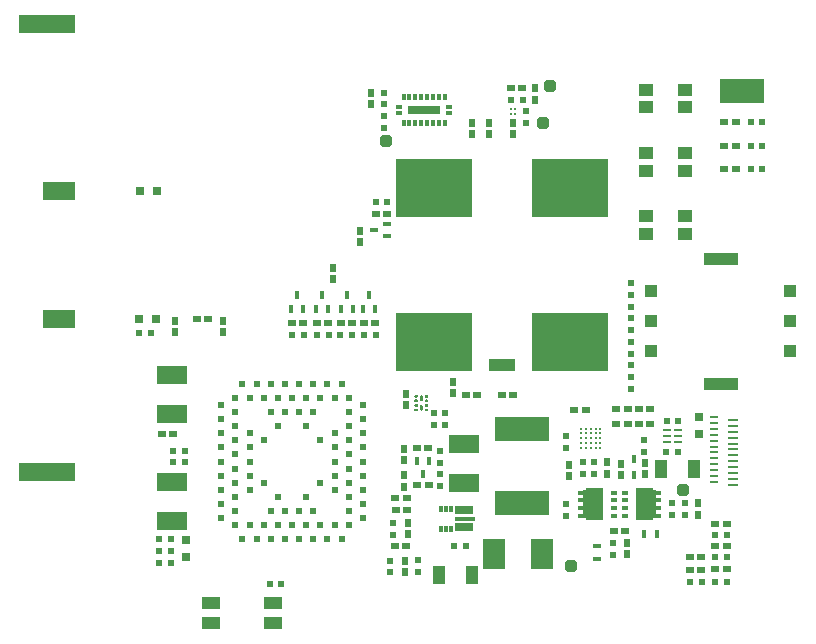
<source format=gtp>
G04*
G04 #@! TF.GenerationSoftware,Altium Limited,Altium Designer,19.0.15 (446)*
G04*
G04 Layer_Color=8421504*
%FSLAX44Y44*%
%MOMM*%
G71*
G01*
G75*
%ADD19R,0.6000X0.6000*%
%ADD20R,0.6500X0.6000*%
%ADD22R,0.6000X0.6500*%
%ADD23R,0.6500X0.4000*%
%ADD24R,0.6000X0.6000*%
%ADD25R,0.5000X0.6000*%
G04:AMPARAMS|DCode=26|XSize=1mm|YSize=1mm|CornerRadius=0.25mm|HoleSize=0mm|Usage=FLASHONLY|Rotation=180.000|XOffset=0mm|YOffset=0mm|HoleType=Round|Shape=RoundedRectangle|*
%AMROUNDEDRECTD26*
21,1,1.0000,0.5000,0,0,180.0*
21,1,0.5000,1.0000,0,0,180.0*
1,1,0.5000,-0.2500,0.2500*
1,1,0.5000,0.2500,0.2500*
1,1,0.5000,0.2500,-0.2500*
1,1,0.5000,-0.2500,-0.2500*
%
%ADD26ROUNDEDRECTD26*%
%ADD27R,0.8000X0.6500*%
%ADD28R,0.6500X0.8000*%
%ADD29R,2.7200X1.5000*%
%ADD30R,4.7200X1.5000*%
%ADD31R,2.3000X1.0000*%
%ADD32R,6.5000X5.0000*%
%ADD33R,2.5000X1.5000*%
%ADD34R,4.5500X2.1000*%
%ADD35R,1.1000X1.0000*%
%ADD36R,3.0000X1.0000*%
%ADD37R,0.5000X0.7000*%
%ADD38R,0.8000X0.2700*%
%ADD39R,0.9000X0.2700*%
%ADD40R,0.4000X0.6500*%
%ADD41R,1.7300X0.4000*%
%ADD42R,1.5000X0.8000*%
%ADD43R,0.3000X0.6000*%
%ADD44C,0.2200*%
%ADD45R,0.6500X0.2500*%
%ADD46R,0.3500X0.7500*%
%ADD47R,0.3000X0.6500*%
%ADD48R,1.9000X2.5000*%
%ADD49R,0.5500X0.4000*%
%ADD50R,1.0000X1.6500*%
%ADD51R,1.5500X1.0000*%
%ADD52R,3.8000X2.0300*%
%ADD53R,1.1500X1.0500*%
%ADD54R,0.3000X0.6300*%
%ADD55R,2.7000X0.7000*%
%ADD56R,0.6300X0.3000*%
G04:AMPARAMS|DCode=57|XSize=1mm|YSize=1mm|CornerRadius=0.25mm|HoleSize=0mm|Usage=FLASHONLY|Rotation=90.000|XOffset=0mm|YOffset=0mm|HoleType=Round|Shape=RoundedRectangle|*
%AMROUNDEDRECTD57*
21,1,1.0000,0.5000,0,0,90.0*
21,1,0.5000,1.0000,0,0,90.0*
1,1,0.5000,0.2500,0.2500*
1,1,0.5000,0.2500,-0.2500*
1,1,0.5000,-0.2500,-0.2500*
1,1,0.5000,-0.2500,0.2500*
%
%ADD57ROUNDEDRECTD57*%
%ADD58R,0.7500X0.3500*%
G36*
X624868Y459400D02*
X625149Y459118D01*
X625302Y458751D01*
Y458552D01*
Y458152D01*
Y457953D01*
X625149Y457585D01*
X624868Y457304D01*
X624501Y457152D01*
X623103D01*
X622735Y457304D01*
X622454Y457585D01*
X622302Y457953D01*
Y458152D01*
Y458552D01*
Y458751D01*
X622454Y459118D01*
X622735Y459400D01*
X623103Y459552D01*
X624501D01*
X624868Y459400D01*
D02*
G37*
G36*
X616072D02*
X616354Y459118D01*
X616506Y458751D01*
Y458552D01*
Y458152D01*
Y457953D01*
X616354Y457585D01*
X616072Y457304D01*
X615705Y457152D01*
X614307D01*
X613939Y457304D01*
X613658Y457585D01*
X613506Y457953D01*
Y458152D01*
Y458552D01*
Y458751D01*
X613658Y459118D01*
X613939Y459400D01*
X614307Y459552D01*
X615705D01*
X616072Y459400D01*
D02*
G37*
G36*
X619970Y458752D02*
X620252Y458470D01*
X620404Y458103D01*
Y457904D01*
Y454904D01*
Y454705D01*
X620252Y454337D01*
X619970Y454056D01*
X619603Y453904D01*
X619205D01*
X618837Y454056D01*
X618556Y454337D01*
X618404Y454705D01*
Y454904D01*
Y457904D01*
Y458103D01*
X618556Y458470D01*
X618837Y458752D01*
X619205Y458904D01*
X619603D01*
X619970Y458752D01*
D02*
G37*
G36*
X624868Y455500D02*
X625149Y455218D01*
X625302Y454851D01*
Y454652D01*
Y454252D01*
Y454053D01*
X625149Y453685D01*
X624868Y453404D01*
X624501Y453252D01*
X623103D01*
X622735Y453404D01*
X622454Y453685D01*
X622302Y454053D01*
Y454252D01*
Y454652D01*
Y454851D01*
X622454Y455218D01*
X622735Y455500D01*
X623103Y455652D01*
X624501D01*
X624868Y455500D01*
D02*
G37*
G36*
X616072D02*
X616354Y455218D01*
X616506Y454851D01*
Y454652D01*
Y454252D01*
Y454053D01*
X616354Y453685D01*
X616072Y453404D01*
X615705Y453252D01*
X614307D01*
X613939Y453404D01*
X613658Y453685D01*
X613506Y454053D01*
Y454252D01*
Y454652D01*
Y454851D01*
X613658Y455218D01*
X613939Y455500D01*
X614307Y455652D01*
X615705D01*
X616072Y455500D01*
D02*
G37*
G36*
X624868Y451600D02*
X625149Y451318D01*
X625302Y450951D01*
Y450752D01*
Y450352D01*
Y450153D01*
X625149Y449785D01*
X624868Y449504D01*
X624501Y449352D01*
X623103D01*
X622735Y449504D01*
X622454Y449785D01*
X622302Y450153D01*
Y450352D01*
Y450752D01*
Y450951D01*
X622454Y451318D01*
X622735Y451600D01*
X623103Y451752D01*
X624501D01*
X624868Y451600D01*
D02*
G37*
G36*
X616072D02*
X616354Y451318D01*
X616506Y450951D01*
Y450752D01*
Y450352D01*
Y450153D01*
X616354Y449785D01*
X616072Y449504D01*
X615705Y449352D01*
X614307D01*
X613939Y449504D01*
X613658Y449785D01*
X613506Y450153D01*
Y450352D01*
Y450752D01*
Y450951D01*
X613658Y451318D01*
X613939Y451600D01*
X614307Y451752D01*
X615705D01*
X616072Y451600D01*
D02*
G37*
G36*
X619970Y450951D02*
X620252Y450670D01*
X620404Y450303D01*
Y450104D01*
Y447104D01*
Y446905D01*
X620252Y446537D01*
X619970Y446256D01*
X619603Y446104D01*
X619205D01*
X618837Y446256D01*
X618556Y446537D01*
X618404Y446905D01*
Y447104D01*
Y450104D01*
Y450303D01*
X618556Y450670D01*
X618837Y450951D01*
X619205Y451104D01*
X619603D01*
X619970Y450951D01*
D02*
G37*
G36*
X624868Y447700D02*
X625149Y447418D01*
X625302Y447051D01*
Y446852D01*
Y446452D01*
Y446253D01*
X625149Y445885D01*
X624868Y445604D01*
X624501Y445452D01*
X623103D01*
X622735Y445604D01*
X622454Y445885D01*
X622302Y446253D01*
Y446452D01*
Y446852D01*
Y447051D01*
X622454Y447418D01*
X622735Y447700D01*
X623103Y447852D01*
X624501D01*
X624868Y447700D01*
D02*
G37*
G36*
X616072D02*
X616354Y447418D01*
X616506Y447051D01*
Y446852D01*
Y446452D01*
Y446253D01*
X616354Y445885D01*
X616072Y445604D01*
X615705Y445452D01*
X614307D01*
X613939Y445604D01*
X613658Y445885D01*
X613506Y446253D01*
Y446452D01*
Y446852D01*
Y447051D01*
X613658Y447418D01*
X613939Y447700D01*
X614307Y447852D01*
X615705D01*
X616072Y447700D01*
D02*
G37*
G36*
X773154Y353204D02*
X758504D01*
Y355204D01*
X756204D01*
Y378704D01*
X758454D01*
Y380704D01*
X773154D01*
Y353204D01*
D02*
G37*
G36*
X815604Y378604D02*
X817904D01*
Y355104D01*
X815654D01*
Y353104D01*
X800954D01*
Y380604D01*
X815604D01*
Y378604D01*
D02*
G37*
D19*
X503904Y469004D02*
D03*
X491904D02*
D03*
X479904D02*
D03*
X467904D02*
D03*
X515904D02*
D03*
X527904D02*
D03*
X539904D02*
D03*
X551904D02*
D03*
X509904Y457004D02*
D03*
X461904D02*
D03*
X473904D02*
D03*
X485904D02*
D03*
X497904D02*
D03*
X557904D02*
D03*
X545904D02*
D03*
X533904D02*
D03*
X521904D02*
D03*
X449904Y451004D02*
D03*
X569904D02*
D03*
X449904Y439004D02*
D03*
Y427004D02*
D03*
Y415004D02*
D03*
Y403004D02*
D03*
X569904D02*
D03*
Y415004D02*
D03*
Y427004D02*
D03*
Y439004D02*
D03*
X461904Y445004D02*
D03*
Y433004D02*
D03*
Y421004D02*
D03*
Y409004D02*
D03*
X557904D02*
D03*
Y421004D02*
D03*
Y433004D02*
D03*
Y445004D02*
D03*
X503904D02*
D03*
X515904D02*
D03*
X491904D02*
D03*
X527904D02*
D03*
X497904Y433004D02*
D03*
X521904D02*
D03*
X473904Y415004D02*
D03*
Y427004D02*
D03*
X485904Y421004D02*
D03*
X545904Y415004D02*
D03*
Y427004D02*
D03*
X533904Y421004D02*
D03*
X473904Y403004D02*
D03*
X545904D02*
D03*
X485904Y385004D02*
D03*
X473904Y379004D02*
D03*
Y391004D02*
D03*
X533904Y385004D02*
D03*
X545904Y379004D02*
D03*
Y391004D02*
D03*
X497904Y373004D02*
D03*
X521904D02*
D03*
X491904Y361004D02*
D03*
X527904D02*
D03*
X503904D02*
D03*
X515904D02*
D03*
X461904D02*
D03*
Y373004D02*
D03*
Y385004D02*
D03*
Y397004D02*
D03*
X557904D02*
D03*
Y385004D02*
D03*
Y373004D02*
D03*
Y361004D02*
D03*
X449904Y367004D02*
D03*
Y379004D02*
D03*
Y391004D02*
D03*
X569904D02*
D03*
Y379004D02*
D03*
Y367004D02*
D03*
X449904Y355004D02*
D03*
X569904D02*
D03*
X497904Y349004D02*
D03*
X485904D02*
D03*
X473904D02*
D03*
X461904D02*
D03*
X521904D02*
D03*
X533904D02*
D03*
X545904D02*
D03*
X557904D02*
D03*
X509904D02*
D03*
X467904Y337004D02*
D03*
X479904D02*
D03*
X491904D02*
D03*
X503904D02*
D03*
X551904D02*
D03*
X539904D02*
D03*
X527904D02*
D03*
X515904D02*
D03*
X797204Y484404D02*
D03*
Y494404D02*
D03*
X797104Y464204D02*
D03*
Y474204D02*
D03*
Y504394D02*
D03*
Y514394D02*
D03*
X797204Y554304D02*
D03*
Y544304D02*
D03*
X797104Y524204D02*
D03*
Y534204D02*
D03*
X639004Y433804D02*
D03*
Y443804D02*
D03*
X630404Y443904D02*
D03*
Y433904D02*
D03*
X595804Y350904D02*
D03*
Y340904D02*
D03*
X741704Y356804D02*
D03*
Y366804D02*
D03*
X587404Y695504D02*
D03*
Y685504D02*
D03*
Y705304D02*
D03*
Y715304D02*
D03*
X635104Y382204D02*
D03*
Y392204D02*
D03*
X616804Y309304D02*
D03*
Y319304D02*
D03*
X635204Y401604D02*
D03*
Y411604D02*
D03*
X593204Y309074D02*
D03*
Y319074D02*
D03*
X707904Y699604D02*
D03*
Y689604D02*
D03*
X831704Y367604D02*
D03*
Y357604D02*
D03*
X842304Y357604D02*
D03*
Y367604D02*
D03*
X741804Y424704D02*
D03*
Y414704D02*
D03*
X765204Y402704D02*
D03*
Y392704D02*
D03*
X781904Y333904D02*
D03*
Y323904D02*
D03*
X756304Y402704D02*
D03*
Y392704D02*
D03*
X807504Y421404D02*
D03*
Y411404D02*
D03*
D20*
X580804Y612704D02*
D03*
X590304D02*
D03*
X793954Y435004D02*
D03*
X784454D02*
D03*
X793954Y447304D02*
D03*
X784454D02*
D03*
X813154Y435104D02*
D03*
X803654D02*
D03*
X813304Y447304D02*
D03*
X803804D02*
D03*
X748954Y446204D02*
D03*
X758454D02*
D03*
X792154Y344304D02*
D03*
X782654D02*
D03*
X877804Y311704D02*
D03*
X868304D02*
D03*
X885404Y650404D02*
D03*
X875904D02*
D03*
X877804Y349804D02*
D03*
X868304D02*
D03*
Y331204D02*
D03*
X877804D02*
D03*
X625454Y383004D02*
D03*
X615954D02*
D03*
X856175Y321804D02*
D03*
X846675D02*
D03*
X846825Y310904D02*
D03*
X856325D02*
D03*
X606604Y331413D02*
D03*
X597104D02*
D03*
X606954Y371904D02*
D03*
X597454D02*
D03*
X666454Y459404D02*
D03*
X656954D02*
D03*
X607054Y361804D02*
D03*
X597554D02*
D03*
X615904Y414404D02*
D03*
X625404D02*
D03*
X704754Y719104D02*
D03*
X695254D02*
D03*
X580523Y520504D02*
D03*
X571023D02*
D03*
X560713D02*
D03*
X551213D02*
D03*
X429154Y523904D02*
D03*
X438654D02*
D03*
X409204Y426104D02*
D03*
X399704D02*
D03*
X540654Y520504D02*
D03*
X531154D02*
D03*
X519604D02*
D03*
X510104D02*
D03*
X885404Y690304D02*
D03*
X875904D02*
D03*
X885404Y670204D02*
D03*
X875904D02*
D03*
X696804Y459404D02*
D03*
X687304D02*
D03*
D22*
X567604Y598504D02*
D03*
Y589004D02*
D03*
X853904Y358054D02*
D03*
Y367554D02*
D03*
X662504Y680304D02*
D03*
Y689804D02*
D03*
X676704Y680354D02*
D03*
Y689854D02*
D03*
X605104Y381754D02*
D03*
Y391254D02*
D03*
Y404154D02*
D03*
Y413654D02*
D03*
X744804Y390904D02*
D03*
Y400404D02*
D03*
X793504Y324304D02*
D03*
Y333804D02*
D03*
X576547Y705754D02*
D03*
Y715254D02*
D03*
X809104Y401554D02*
D03*
Y392054D02*
D03*
X776904Y402354D02*
D03*
Y392854D02*
D03*
X788804Y391704D02*
D03*
Y401204D02*
D03*
X697004Y680454D02*
D03*
Y689954D02*
D03*
X715804Y709454D02*
D03*
Y718954D02*
D03*
X608104Y350874D02*
D03*
Y341374D02*
D03*
X605604Y309554D02*
D03*
Y319054D02*
D03*
X646304Y460904D02*
D03*
Y470404D02*
D03*
X451090Y522204D02*
D03*
Y512704D02*
D03*
X544504Y557229D02*
D03*
Y566729D02*
D03*
X411204Y512704D02*
D03*
Y522204D02*
D03*
D23*
X579104Y598704D02*
D03*
X590604Y593704D02*
D03*
Y603704D02*
D03*
D24*
X590704Y622404D02*
D03*
X580704D02*
D03*
X409504Y402904D02*
D03*
X419504D02*
D03*
X409504Y412104D02*
D03*
X419504D02*
D03*
X407494Y327174D02*
D03*
X397494D02*
D03*
Y317014D02*
D03*
X407494D02*
D03*
X407494Y337334D02*
D03*
X397494D02*
D03*
X390204Y511904D02*
D03*
X380204D02*
D03*
X531004Y510026D02*
D03*
X541004D02*
D03*
X867804Y300956D02*
D03*
X877804D02*
D03*
X867804Y322004D02*
D03*
X877804D02*
D03*
X867804Y340504D02*
D03*
X877804D02*
D03*
X647304Y331776D02*
D03*
X657304D02*
D03*
X580729Y510026D02*
D03*
X570729D02*
D03*
X550729D02*
D03*
X560729D02*
D03*
X520104D02*
D03*
X510104D02*
D03*
X846804Y300704D02*
D03*
X856804D02*
D03*
X695304Y709504D02*
D03*
X705304D02*
D03*
X837004Y437204D02*
D03*
X827004D02*
D03*
X826904Y410904D02*
D03*
X836904D02*
D03*
D25*
X491404Y299304D02*
D03*
X500404D02*
D03*
X898654Y650404D02*
D03*
X907654D02*
D03*
Y670304D02*
D03*
X898654D02*
D03*
X907654Y690304D02*
D03*
X898654D02*
D03*
D26*
X722504Y689604D02*
D03*
D27*
X420371Y336964D02*
D03*
Y322464D02*
D03*
X854704Y426054D02*
D03*
Y440554D02*
D03*
D28*
X394704Y523804D02*
D03*
X380204D02*
D03*
X380854Y631804D02*
D03*
X395354D02*
D03*
D29*
X312604Y631704D02*
D03*
Y523804D02*
D03*
D30*
X302704Y773804D02*
D03*
Y393804D02*
D03*
D31*
X687404Y484304D02*
D03*
D32*
X744904Y504304D02*
D03*
X629904D02*
D03*
X744904Y634304D02*
D03*
X629904D02*
D03*
D33*
X408304Y385524D02*
D03*
Y352504D02*
D03*
X655904Y384984D02*
D03*
Y418004D02*
D03*
X408304Y475924D02*
D03*
Y442904D02*
D03*
D34*
X704313Y367605D02*
D03*
Y430605D02*
D03*
D35*
X931704Y521604D02*
D03*
Y496204D02*
D03*
Y547004D02*
D03*
X813604Y496404D02*
D03*
Y547204D02*
D03*
Y521804D02*
D03*
D36*
X872704Y574604D02*
D03*
Y468604D02*
D03*
D37*
X606404Y460104D02*
D03*
Y451104D02*
D03*
D38*
X867204Y440684D02*
D03*
Y435684D02*
D03*
Y430684D02*
D03*
Y425684D02*
D03*
Y420684D02*
D03*
Y415684D02*
D03*
Y410684D02*
D03*
Y405684D02*
D03*
Y400684D02*
D03*
Y395684D02*
D03*
Y390684D02*
D03*
Y385684D02*
D03*
D39*
X883204Y383204D02*
D03*
Y388204D02*
D03*
Y393204D02*
D03*
Y398204D02*
D03*
Y403204D02*
D03*
Y408204D02*
D03*
Y413204D02*
D03*
Y418204D02*
D03*
Y423204D02*
D03*
Y428204D02*
D03*
Y433204D02*
D03*
Y438204D02*
D03*
D40*
X535504Y543786D02*
D03*
X530504Y532286D02*
D03*
X540504D02*
D03*
X615724Y403657D02*
D03*
X625724D02*
D03*
X620724Y392158D02*
D03*
X556113Y543786D02*
D03*
X551113Y532286D02*
D03*
X561113D02*
D03*
X574913Y543786D02*
D03*
X569913Y532286D02*
D03*
X579913D02*
D03*
X514104Y543786D02*
D03*
X509104Y532286D02*
D03*
X519104D02*
D03*
D41*
X656554Y354704D02*
D03*
D42*
X655404Y347204D02*
D03*
Y362204D02*
D03*
D43*
X644904Y363204D02*
D03*
Y346204D02*
D03*
X640404Y363204D02*
D03*
Y346204D02*
D03*
X635904D02*
D03*
Y363204D02*
D03*
D44*
X695004Y701504D02*
D03*
X699004D02*
D03*
Y697504D02*
D03*
X695004D02*
D03*
X770904Y430804D02*
D03*
X766904D02*
D03*
X762904D02*
D03*
X758904D02*
D03*
X754904D02*
D03*
X770904Y426804D02*
D03*
X766904D02*
D03*
X762904D02*
D03*
X758904D02*
D03*
X754904D02*
D03*
X770904Y422804D02*
D03*
X766904D02*
D03*
X762904D02*
D03*
X758904D02*
D03*
X754904D02*
D03*
X770904Y418804D02*
D03*
X766904D02*
D03*
X762904D02*
D03*
X758904D02*
D03*
X754904D02*
D03*
Y414804D02*
D03*
X758904D02*
D03*
X762904D02*
D03*
X766904D02*
D03*
X770904D02*
D03*
D45*
X836463Y429404D02*
D03*
Y424404D02*
D03*
Y419404D02*
D03*
X826963D02*
D03*
Y424404D02*
D03*
Y429404D02*
D03*
D46*
X808279Y342004D02*
D03*
X818779D02*
D03*
D47*
X799404Y391904D02*
D03*
Y405404D02*
D03*
D48*
X680604Y324604D02*
D03*
X721604D02*
D03*
D49*
X782604Y357204D02*
D03*
Y363704D02*
D03*
Y370204D02*
D03*
Y376704D02*
D03*
X754604D02*
D03*
Y370204D02*
D03*
Y363704D02*
D03*
Y357204D02*
D03*
X791504Y376604D02*
D03*
Y370104D02*
D03*
Y363604D02*
D03*
Y357104D02*
D03*
X819504D02*
D03*
Y363604D02*
D03*
Y370104D02*
D03*
Y376604D02*
D03*
D50*
X662204Y307004D02*
D03*
X634204D02*
D03*
X849904Y396804D02*
D03*
X821904D02*
D03*
D51*
X441254Y266504D02*
D03*
X493754D02*
D03*
Y283504D02*
D03*
X441254D02*
D03*
D52*
X890804Y717104D02*
D03*
D53*
X809504Y610454D02*
D03*
X843004D02*
D03*
Y595954D02*
D03*
X809504D02*
D03*
X843004Y663854D02*
D03*
X809504D02*
D03*
Y649354D02*
D03*
X843004D02*
D03*
X809504Y717804D02*
D03*
X843004D02*
D03*
Y703304D02*
D03*
X809504D02*
D03*
D54*
X639304Y712004D02*
D03*
X634304D02*
D03*
X629304D02*
D03*
X624304D02*
D03*
X604304D02*
D03*
X609304D02*
D03*
X614304D02*
D03*
X619304D02*
D03*
Y689204D02*
D03*
X614304D02*
D03*
X609304D02*
D03*
X604304D02*
D03*
X624304D02*
D03*
X629304D02*
D03*
X634304D02*
D03*
X639304D02*
D03*
D55*
X621804Y700604D02*
D03*
D56*
X600404Y698104D02*
D03*
Y703104D02*
D03*
X643204Y698104D02*
D03*
Y703104D02*
D03*
D57*
X727904Y721104D02*
D03*
X745804Y314304D02*
D03*
X589404Y674004D02*
D03*
X840504Y379004D02*
D03*
D58*
X768504Y320604D02*
D03*
Y331104D02*
D03*
M02*

</source>
